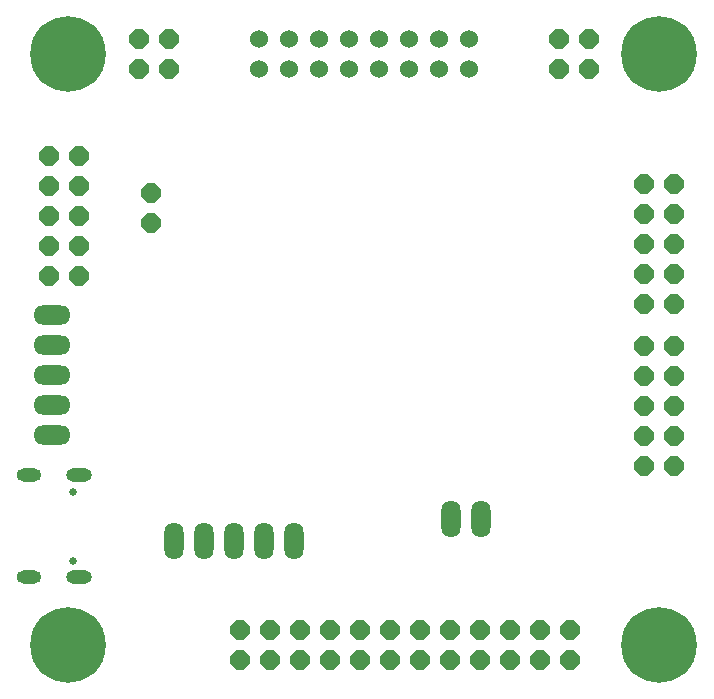
<source format=gbs>
G04 #@! TF.GenerationSoftware,KiCad,Pcbnew,(6.0.8)*
G04 #@! TF.CreationDate,2023-01-02T16:11:51+01:00*
G04 #@! TF.ProjectId,OpenFFBoard-main,4f70656e-4646-4426-9f61-72642d6d6169,1.2.4*
G04 #@! TF.SameCoordinates,Original*
G04 #@! TF.FileFunction,Soldermask,Bot*
G04 #@! TF.FilePolarity,Negative*
%FSLAX46Y46*%
G04 Gerber Fmt 4.6, Leading zero omitted, Abs format (unit mm)*
G04 Created by KiCad (PCBNEW (6.0.8)) date 2023-01-02 16:11:51*
%MOMM*%
%LPD*%
G01*
G04 APERTURE LIST*
G04 Aperture macros list*
%AMFreePoly0*
4,1,17,0.351552,0.797921,0.797921,0.351552,0.812800,0.315631,0.812800,-0.315631,0.797921,-0.351552,0.351552,-0.797921,0.315631,-0.812800,-0.315631,-0.812800,-0.351552,-0.797921,-0.797921,-0.351552,-0.812800,-0.315631,-0.812800,0.315631,-0.797921,0.351552,-0.351552,0.797921,-0.315631,0.812800,0.315631,0.812800,0.351552,0.797921,0.351552,0.797921,$1*%
G04 Aperture macros list end*
%ADD10FreePoly0,0.000000*%
%ADD11C,0.800000*%
%ADD12C,6.400000*%
%ADD13O,1.625600X3.149600*%
%ADD14C,0.650000*%
%ADD15O,2.101600X1.101600*%
%ADD16O,2.201600X1.151600*%
%ADD17O,3.149600X1.625600*%
%ADD18FreePoly0,90.000000*%
%ADD19FreePoly0,180.000000*%
%ADD20FreePoly0,270.000000*%
%ADD21C,1.524000*%
G04 APERTURE END LIST*
D10*
X165011100Y-81273600D03*
X165011100Y-78733600D03*
X167551100Y-81273600D03*
X167551100Y-78733600D03*
X130501100Y-94303600D03*
X129461900Y-81273600D03*
X129461900Y-78733600D03*
X132001900Y-81273600D03*
X132001900Y-78733600D03*
D11*
X121804044Y-78306544D03*
X125198156Y-78306544D03*
X123501100Y-82403600D03*
X121101100Y-80003600D03*
X121804044Y-81700656D03*
X123501100Y-77603600D03*
D12*
X123501100Y-80003600D03*
D11*
X125901100Y-80003600D03*
X125198156Y-81700656D03*
D13*
X132421100Y-121203600D03*
X134961100Y-121203600D03*
X137501100Y-121203600D03*
X140041100Y-121203600D03*
X142581100Y-121203600D03*
D14*
X123881100Y-122893600D03*
X123881100Y-117113600D03*
D15*
X120201100Y-115683600D03*
D16*
X124381100Y-115683600D03*
D15*
X120201100Y-124323600D03*
D16*
X124381100Y-124323600D03*
D17*
X122101100Y-102123600D03*
X122101100Y-104663600D03*
X122101100Y-107203600D03*
X122101100Y-109743600D03*
X122101100Y-112283600D03*
D11*
X123501100Y-127603600D03*
X121101100Y-130003600D03*
X125901100Y-130003600D03*
X123501100Y-132403600D03*
X121804044Y-131700656D03*
X121804044Y-128306544D03*
X125198156Y-131700656D03*
D12*
X123501100Y-130003600D03*
D11*
X125198156Y-128306544D03*
D13*
X158471100Y-119403600D03*
X155931100Y-119403600D03*
D11*
X171804044Y-81700656D03*
X171101100Y-80003600D03*
D12*
X173501100Y-80003600D03*
D11*
X173501100Y-77603600D03*
X171804044Y-78306544D03*
X175901100Y-80003600D03*
X175198156Y-81700656D03*
X173501100Y-82403600D03*
X175198156Y-78306544D03*
D18*
X124371100Y-98783600D03*
X121831100Y-98783600D03*
X124371100Y-96243600D03*
X121831100Y-96243600D03*
X124371100Y-93703600D03*
X121831100Y-93703600D03*
X124371100Y-91163600D03*
X121831100Y-91163600D03*
X124371100Y-88623600D03*
X121831100Y-88623600D03*
D19*
X165971100Y-128733600D03*
X165971100Y-131273600D03*
X163431100Y-128733600D03*
X163431100Y-131273600D03*
X160891100Y-128733600D03*
X160891100Y-131273600D03*
X158351100Y-128733600D03*
X158351100Y-131273600D03*
X155811100Y-128733600D03*
X155811100Y-131273600D03*
X153271100Y-128733600D03*
X153271100Y-131273600D03*
X150731100Y-128733600D03*
X150731100Y-131273600D03*
X148191100Y-128733600D03*
X148191100Y-131273600D03*
X145651100Y-128733600D03*
X145651100Y-131273600D03*
X143111100Y-128733600D03*
X143111100Y-131273600D03*
X140571100Y-128733600D03*
X140571100Y-131273600D03*
X138031100Y-128733600D03*
X138031100Y-131273600D03*
D10*
X130501100Y-91803600D03*
D20*
X172231100Y-104723600D03*
X174771100Y-104723600D03*
X172231100Y-107263600D03*
X174771100Y-107263600D03*
X172231100Y-109803600D03*
X174771100Y-109803600D03*
X172231100Y-112343600D03*
X174771100Y-112343600D03*
X172231100Y-114883600D03*
X174771100Y-114883600D03*
X172231100Y-91023600D03*
X174771100Y-91023600D03*
X172231100Y-93563600D03*
X174771100Y-93563600D03*
X172231100Y-96103600D03*
X174771100Y-96103600D03*
X172231100Y-98643600D03*
X174771100Y-98643600D03*
X172231100Y-101183600D03*
X174771100Y-101183600D03*
D11*
X173501100Y-132403600D03*
X175198156Y-131700656D03*
X171804044Y-131700656D03*
X171804044Y-128306544D03*
X175198156Y-128306544D03*
X171101100Y-130003600D03*
X173501100Y-127603600D03*
D12*
X173501100Y-130003600D03*
D11*
X175901100Y-130003600D03*
D21*
X139611100Y-81273600D03*
X139611100Y-78733600D03*
X142151100Y-81273600D03*
X142151100Y-78733600D03*
X144691100Y-81273600D03*
X144691100Y-78733600D03*
X147231100Y-81273600D03*
X147231100Y-78733600D03*
X149771100Y-81273600D03*
X149771100Y-78733600D03*
X152311100Y-81273600D03*
X152311100Y-78733600D03*
X154851100Y-81273600D03*
X154851100Y-78733600D03*
X157391100Y-81273600D03*
X157391100Y-78733600D03*
M02*

</source>
